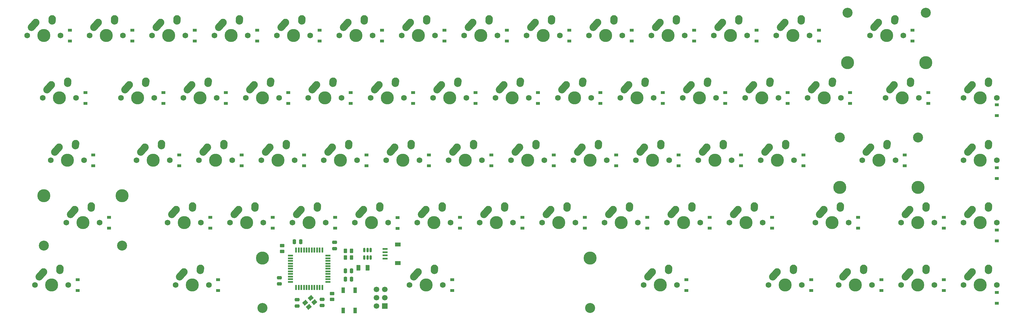
<source format=gbr>
%TF.GenerationSoftware,KiCad,Pcbnew,(6.0.1)*%
%TF.CreationDate,2022-06-09T19:08:29-07:00*%
%TF.ProjectId,artemis-65,61727465-6d69-4732-9d36-352e6b696361,rev?*%
%TF.SameCoordinates,Original*%
%TF.FileFunction,Soldermask,Bot*%
%TF.FilePolarity,Negative*%
%FSLAX46Y46*%
G04 Gerber Fmt 4.6, Leading zero omitted, Abs format (unit mm)*
G04 Created by KiCad (PCBNEW (6.0.1)) date 2022-06-09 19:08:29*
%MOMM*%
%LPD*%
G01*
G04 APERTURE LIST*
G04 Aperture macros list*
%AMRoundRect*
0 Rectangle with rounded corners*
0 $1 Rounding radius*
0 $2 $3 $4 $5 $6 $7 $8 $9 X,Y pos of 4 corners*
0 Add a 4 corners polygon primitive as box body*
4,1,4,$2,$3,$4,$5,$6,$7,$8,$9,$2,$3,0*
0 Add four circle primitives for the rounded corners*
1,1,$1+$1,$2,$3*
1,1,$1+$1,$4,$5*
1,1,$1+$1,$6,$7*
1,1,$1+$1,$8,$9*
0 Add four rect primitives between the rounded corners*
20,1,$1+$1,$2,$3,$4,$5,0*
20,1,$1+$1,$4,$5,$6,$7,0*
20,1,$1+$1,$6,$7,$8,$9,0*
20,1,$1+$1,$8,$9,$2,$3,0*%
%AMHorizOval*
0 Thick line with rounded ends*
0 $1 width*
0 $2 $3 position (X,Y) of the first rounded end (center of the circle)*
0 $4 $5 position (X,Y) of the second rounded end (center of the circle)*
0 Add line between two ends*
20,1,$1,$2,$3,$4,$5,0*
0 Add two circle primitives to create the rounded ends*
1,1,$1,$2,$3*
1,1,$1,$4,$5*%
%AMRotRect*
0 Rectangle, with rotation*
0 The origin of the aperture is its center*
0 $1 length*
0 $2 width*
0 $3 Rotation angle, in degrees counterclockwise*
0 Add horizontal line*
21,1,$1,$2,0,0,$3*%
G04 Aperture macros list end*
%ADD10C,3.987800*%
%ADD11C,1.750000*%
%ADD12HorizOval,2.250000X0.655001X0.730000X-0.655001X-0.730000X0*%
%ADD13C,2.250000*%
%ADD14HorizOval,2.250000X0.020000X0.290000X-0.020000X-0.290000X0*%
%ADD15C,3.048000*%
%ADD16C,1.700000*%
%ADD17R,1.700000X1.700000*%
%ADD18R,1.200000X0.900000*%
%ADD19RoundRect,0.250000X0.475000X-0.250000X0.475000X0.250000X-0.475000X0.250000X-0.475000X-0.250000X0*%
%ADD20RoundRect,0.250000X0.450000X-0.262500X0.450000X0.262500X-0.450000X0.262500X-0.450000X-0.262500X0*%
%ADD21R,1.100000X1.800000*%
%ADD22RoundRect,0.150000X0.150000X-0.512500X0.150000X0.512500X-0.150000X0.512500X-0.150000X-0.512500X0*%
%ADD23R,1.500000X0.550000*%
%ADD24R,0.550000X1.500000*%
%ADD25RotRect,1.400000X1.200000X40.000000*%
%ADD26RoundRect,0.250000X0.250000X0.475000X-0.250000X0.475000X-0.250000X-0.475000X0.250000X-0.475000X0*%
%ADD27RoundRect,0.250000X0.262500X0.450000X-0.262500X0.450000X-0.262500X-0.450000X0.262500X-0.450000X0*%
%ADD28RoundRect,0.250000X0.375000X0.625000X-0.375000X0.625000X-0.375000X-0.625000X0.375000X-0.625000X0*%
%ADD29RoundRect,0.250000X-0.250000X-0.475000X0.250000X-0.475000X0.250000X0.475000X-0.250000X0.475000X0*%
%ADD30RoundRect,0.250000X-0.475000X0.250000X-0.475000X-0.250000X0.475000X-0.250000X0.475000X0.250000X0*%
%ADD31R,1.800000X1.200000*%
%ADD32R,1.550000X0.600000*%
G04 APERTURE END LIST*
D10*
%TO.C,MX38*%
X177006250Y-64293750D03*
D11*
X182086250Y-64293750D03*
X171926250Y-64293750D03*
D12*
X173851251Y-61023750D03*
D13*
X174506250Y-60293750D03*
X179546250Y-59213750D03*
D14*
X179526250Y-59503750D03*
%TD*%
D10*
%TO.C,MX20*%
X96043750Y-45243750D03*
D11*
X101123750Y-45243750D03*
X90963750Y-45243750D03*
D12*
X92888751Y-41973750D03*
D13*
X93543750Y-41243750D03*
X98583750Y-40163750D03*
D14*
X98563750Y-40453750D03*
%TD*%
D11*
%TO.C,MX8*%
X38576250Y-64293750D03*
X48736250Y-64293750D03*
D10*
X43656250Y-64293750D03*
D12*
X40501251Y-61023750D03*
D13*
X41156250Y-60293750D03*
D14*
X46176250Y-59503750D03*
D13*
X46196250Y-59213750D03*
%TD*%
D11*
%TO.C,MX44*%
X200501250Y-83343750D03*
D10*
X205581250Y-83343750D03*
D11*
X210661250Y-83343750D03*
D13*
X203081250Y-79343750D03*
D12*
X202426251Y-80073750D03*
D13*
X208121250Y-78263750D03*
D14*
X208101250Y-78553750D03*
%TD*%
D15*
%TO.C,MX61*%
X279431750Y-19208750D03*
D11*
X272573750Y-26193750D03*
D10*
X255555750Y-34448750D03*
X279431750Y-34448750D03*
X267493750Y-26193750D03*
D15*
X255555750Y-19208750D03*
D11*
X262413750Y-26193750D03*
D13*
X264993750Y-22193750D03*
D12*
X264338751Y-22923750D03*
D14*
X270013750Y-21403750D03*
D13*
X270033750Y-21113750D03*
%TD*%
D11*
%TO.C,MX28*%
X129698750Y-26193750D03*
X119538750Y-26193750D03*
D10*
X124618750Y-26193750D03*
D12*
X121463751Y-22923750D03*
D13*
X122118750Y-22193750D03*
X127158750Y-21113750D03*
D14*
X127138750Y-21403750D03*
%TD*%
D11*
%TO.C,MX47*%
X205263750Y-45243750D03*
X215423750Y-45243750D03*
D10*
X210343750Y-45243750D03*
D12*
X207188751Y-41973750D03*
D13*
X207843750Y-41243750D03*
D14*
X212863750Y-40453750D03*
D13*
X212883750Y-40163750D03*
%TD*%
D11*
%TO.C,MX62*%
X267176250Y-45243750D03*
X277336250Y-45243750D03*
D10*
X272256250Y-45243750D03*
D13*
X269756250Y-41243750D03*
D12*
X269101251Y-41973750D03*
D14*
X274776250Y-40453750D03*
D13*
X274796250Y-40163750D03*
%TD*%
D11*
%TO.C,MX58*%
X270192500Y-64293750D03*
D10*
X277050500Y-72548750D03*
D15*
X253174500Y-57308750D03*
D10*
X265112500Y-64293750D03*
X253174500Y-72548750D03*
D11*
X260032500Y-64293750D03*
D15*
X277050500Y-57308750D03*
D12*
X261957501Y-61023750D03*
D13*
X262612500Y-60293750D03*
X267652500Y-59213750D03*
D14*
X267632500Y-59503750D03*
%TD*%
D11*
%TO.C,MX63*%
X290988750Y-45243750D03*
D10*
X296068750Y-45243750D03*
D11*
X301148750Y-45243750D03*
D12*
X292913751Y-41973750D03*
D13*
X293568750Y-41243750D03*
X298608750Y-40163750D03*
D14*
X298588750Y-40453750D03*
%TD*%
D10*
%TO.C,MX37*%
X172243750Y-45243750D03*
D11*
X177323750Y-45243750D03*
X167163750Y-45243750D03*
D12*
X169088751Y-41973750D03*
D13*
X169743750Y-41243750D03*
D14*
X174763750Y-40453750D03*
D13*
X174783750Y-40163750D03*
%TD*%
D10*
%TO.C,MX59*%
X277018750Y-83343750D03*
D11*
X282098750Y-83343750D03*
X271938750Y-83343750D03*
D12*
X273863751Y-80073750D03*
D13*
X274518750Y-79343750D03*
D14*
X279538750Y-78553750D03*
D13*
X279558750Y-78263750D03*
%TD*%
D11*
%TO.C,MX56*%
X243998750Y-26193750D03*
X233838750Y-26193750D03*
D10*
X238918750Y-26193750D03*
D13*
X236418750Y-22193750D03*
D12*
X235763751Y-22923750D03*
D13*
X241458750Y-21113750D03*
D14*
X241438750Y-21403750D03*
%TD*%
D11*
%TO.C,MX64*%
X301148750Y-64293750D03*
D10*
X296068750Y-64293750D03*
D11*
X290988750Y-64293750D03*
D12*
X292913751Y-61023750D03*
D13*
X293568750Y-60293750D03*
D14*
X298588750Y-59503750D03*
D13*
X298608750Y-59213750D03*
%TD*%
D11*
%TO.C,MX32*%
X138588750Y-26193750D03*
D10*
X143668750Y-26193750D03*
D11*
X148748750Y-26193750D03*
D13*
X141168750Y-22193750D03*
D12*
X140513751Y-22923750D03*
D13*
X146208750Y-21113750D03*
D14*
X146188750Y-21403750D03*
%TD*%
D11*
%TO.C,MX46*%
X195738750Y-26193750D03*
X205898750Y-26193750D03*
D10*
X200818750Y-26193750D03*
D13*
X198318750Y-22193750D03*
D12*
X197663751Y-22923750D03*
D14*
X203338750Y-21403750D03*
D13*
X203358750Y-21113750D03*
%TD*%
D11*
%TO.C,MX50*%
X252888750Y-102393750D03*
D10*
X257968750Y-102393750D03*
D11*
X263048750Y-102393750D03*
D12*
X254813751Y-99123750D03*
D13*
X255468750Y-98393750D03*
D14*
X260488750Y-97603750D03*
D13*
X260508750Y-97313750D03*
%TD*%
D10*
%TO.C,MX49*%
X224631250Y-83343750D03*
D11*
X229711250Y-83343750D03*
X219551250Y-83343750D03*
D12*
X221476251Y-80073750D03*
D13*
X222131250Y-79343750D03*
D14*
X227151250Y-78553750D03*
D13*
X227171250Y-78263750D03*
%TD*%
D11*
%TO.C,MX23*%
X110648750Y-26193750D03*
D10*
X105568750Y-26193750D03*
D11*
X100488750Y-26193750D03*
D12*
X102413751Y-22923750D03*
D13*
X103068750Y-22193750D03*
X108108750Y-21113750D03*
D14*
X108088750Y-21403750D03*
%TD*%
D11*
%TO.C,MX15*%
X62388750Y-26193750D03*
X72548750Y-26193750D03*
D10*
X67468750Y-26193750D03*
D12*
X64313751Y-22923750D03*
D13*
X64968750Y-22193750D03*
X70008750Y-21113750D03*
D14*
X69988750Y-21403750D03*
%TD*%
D11*
%TO.C,MX5*%
X17780000Y-102393750D03*
X7620000Y-102393750D03*
D10*
X12700000Y-102393750D03*
D12*
X9545001Y-99123750D03*
D13*
X10200000Y-98393750D03*
D14*
X15220000Y-97603750D03*
D13*
X15240000Y-97313750D03*
%TD*%
D10*
%TO.C,MX33*%
X153193750Y-45243750D03*
D11*
X158273750Y-45243750D03*
X148113750Y-45243750D03*
D12*
X150038751Y-41973750D03*
D13*
X150693750Y-41243750D03*
X155733750Y-40163750D03*
D14*
X155713750Y-40453750D03*
%TD*%
D11*
%TO.C,MX2*%
X20161250Y-45243750D03*
D10*
X15081250Y-45243750D03*
D11*
X10001250Y-45243750D03*
D13*
X12581250Y-41243750D03*
D12*
X11926251Y-41973750D03*
D14*
X17601250Y-40453750D03*
D13*
X17621250Y-40163750D03*
%TD*%
D10*
%TO.C,MX57*%
X248443750Y-45243750D03*
D11*
X253523750Y-45243750D03*
X243363750Y-45243750D03*
D12*
X245288751Y-41973750D03*
D13*
X245943750Y-41243750D03*
X250983750Y-40163750D03*
D14*
X250963750Y-40453750D03*
%TD*%
D11*
%TO.C,MX31*%
X143351250Y-83343750D03*
X153511250Y-83343750D03*
D10*
X148431250Y-83343750D03*
D13*
X145931250Y-79343750D03*
D12*
X145276251Y-80073750D03*
D14*
X150951250Y-78553750D03*
D13*
X150971250Y-78263750D03*
%TD*%
D11*
%TO.C,MX21*%
X105886250Y-64293750D03*
X95726250Y-64293750D03*
D10*
X100806250Y-64293750D03*
D12*
X97651251Y-61023750D03*
D13*
X98306250Y-60293750D03*
X103346250Y-59213750D03*
D14*
X103326250Y-59503750D03*
%TD*%
D10*
%TO.C,MX29*%
X134143750Y-45243750D03*
D11*
X129063750Y-45243750D03*
X139223750Y-45243750D03*
D13*
X131643750Y-41243750D03*
D12*
X130988751Y-41973750D03*
D13*
X136683750Y-40163750D03*
D14*
X136663750Y-40453750D03*
%TD*%
D11*
%TO.C,MX22*%
X115411250Y-83343750D03*
D10*
X110331250Y-83343750D03*
D11*
X105251250Y-83343750D03*
D13*
X107831250Y-79343750D03*
D12*
X107176251Y-80073750D03*
D13*
X112871250Y-78263750D03*
D14*
X112851250Y-78553750D03*
%TD*%
D11*
%TO.C,MX18*%
X86201250Y-83343750D03*
D10*
X91281250Y-83343750D03*
D11*
X96361250Y-83343750D03*
D12*
X88126251Y-80073750D03*
D13*
X88781250Y-79343750D03*
D14*
X93801250Y-78553750D03*
D13*
X93821250Y-78263750D03*
%TD*%
D11*
%TO.C,MX10*%
X60642500Y-102393750D03*
D10*
X55562500Y-102393750D03*
D11*
X50482500Y-102393750D03*
D12*
X52407501Y-99123750D03*
D13*
X53062500Y-98393750D03*
D14*
X58082500Y-97603750D03*
D13*
X58102500Y-97313750D03*
%TD*%
D11*
%TO.C,MX55*%
X271938750Y-102393750D03*
D10*
X277018750Y-102393750D03*
D11*
X282098750Y-102393750D03*
D12*
X273863751Y-99123750D03*
D13*
X274518750Y-98393750D03*
X279558750Y-97313750D03*
D14*
X279538750Y-97603750D03*
%TD*%
D10*
%TO.C,MX27*%
X127000000Y-102393750D03*
X77000100Y-94138750D03*
D15*
X176999900Y-109378750D03*
X77000100Y-109378750D03*
D11*
X132080000Y-102393750D03*
X121920000Y-102393750D03*
D10*
X176999900Y-94138750D03*
D13*
X124500000Y-98393750D03*
D12*
X123845001Y-99123750D03*
D13*
X129540000Y-97313750D03*
D14*
X129520000Y-97603750D03*
%TD*%
D11*
%TO.C,MX3*%
X22542500Y-64293750D03*
D10*
X17462500Y-64293750D03*
D11*
X12382500Y-64293750D03*
D13*
X14962500Y-60293750D03*
D12*
X14307501Y-61023750D03*
D13*
X20002500Y-59213750D03*
D14*
X19982500Y-59503750D03*
%TD*%
D11*
%TO.C,MX6*%
X34448750Y-26193750D03*
X24288750Y-26193750D03*
D10*
X29368750Y-26193750D03*
D12*
X26213751Y-22923750D03*
D13*
X26868750Y-22193750D03*
X31908750Y-21113750D03*
D14*
X31888750Y-21403750D03*
%TD*%
D11*
%TO.C,MX45*%
X241617500Y-102393750D03*
X231457500Y-102393750D03*
D10*
X236537500Y-102393750D03*
D13*
X234037500Y-98393750D03*
D12*
X233382501Y-99123750D03*
D14*
X239057500Y-97603750D03*
D13*
X239077500Y-97313750D03*
%TD*%
D11*
%TO.C,MX16*%
X82073750Y-45243750D03*
D10*
X76993750Y-45243750D03*
D11*
X71913750Y-45243750D03*
D12*
X73838751Y-41973750D03*
D13*
X74493750Y-41243750D03*
D14*
X79513750Y-40453750D03*
D13*
X79533750Y-40163750D03*
%TD*%
D11*
%TO.C,MX53*%
X239236250Y-64293750D03*
X229076250Y-64293750D03*
D10*
X234156250Y-64293750D03*
D12*
X231001251Y-61023750D03*
D13*
X231656250Y-60293750D03*
X236696250Y-59213750D03*
D14*
X236676250Y-59503750D03*
%TD*%
D10*
%TO.C,MX39*%
X186531250Y-83343750D03*
D11*
X181451250Y-83343750D03*
X191611250Y-83343750D03*
D13*
X184031250Y-79343750D03*
D12*
X183376251Y-80073750D03*
D13*
X189071250Y-78263750D03*
D14*
X189051250Y-78553750D03*
%TD*%
D11*
%TO.C,MX30*%
X133826250Y-64293750D03*
D10*
X138906250Y-64293750D03*
D11*
X143986250Y-64293750D03*
D13*
X136406250Y-60293750D03*
D12*
X135751251Y-61023750D03*
D14*
X141426250Y-59503750D03*
D13*
X141446250Y-59213750D03*
%TD*%
D11*
%TO.C,MX14*%
X67151250Y-83343750D03*
D10*
X72231250Y-83343750D03*
D11*
X77311250Y-83343750D03*
D12*
X69076251Y-80073750D03*
D13*
X69731250Y-79343750D03*
X74771250Y-78263750D03*
D14*
X74751250Y-78553750D03*
%TD*%
D11*
%TO.C,MX60*%
X290988750Y-102393750D03*
X301148750Y-102393750D03*
D10*
X296068750Y-102393750D03*
D13*
X293568750Y-98393750D03*
D12*
X292913751Y-99123750D03*
D14*
X298588750Y-97603750D03*
D13*
X298608750Y-97313750D03*
%TD*%
D11*
%TO.C,MX36*%
X167798750Y-26193750D03*
X157638750Y-26193750D03*
D10*
X162718750Y-26193750D03*
D13*
X160218750Y-22193750D03*
D12*
X159563751Y-22923750D03*
D14*
X165238750Y-21403750D03*
D13*
X165258750Y-21113750D03*
%TD*%
D15*
%TO.C,MX4*%
X34163000Y-90328750D03*
D11*
X27305000Y-83343750D03*
D10*
X10287000Y-75088750D03*
D11*
X17145000Y-83343750D03*
D15*
X10287000Y-90328750D03*
D10*
X34163000Y-75088750D03*
X22225000Y-83343750D03*
D12*
X19070001Y-80073750D03*
D13*
X19725000Y-79343750D03*
X24765000Y-78263750D03*
D14*
X24745000Y-78553750D03*
%TD*%
D16*
%TO.C,J1*%
X111810800Y-103694300D03*
X114350800Y-103694300D03*
X111810800Y-106234300D03*
X114350800Y-106234300D03*
X111810800Y-108774300D03*
D17*
X114350800Y-108774300D03*
%TD*%
D10*
%TO.C,MX19*%
X86518750Y-26193750D03*
D11*
X91598750Y-26193750D03*
X81438750Y-26193750D03*
D13*
X84018750Y-22193750D03*
D12*
X83363751Y-22923750D03*
D14*
X89038750Y-21403750D03*
D13*
X89058750Y-21113750D03*
%TD*%
D10*
%TO.C,MX48*%
X215106250Y-64293750D03*
D11*
X210026250Y-64293750D03*
X220186250Y-64293750D03*
D13*
X212606250Y-60293750D03*
D12*
X211951251Y-61023750D03*
D13*
X217646250Y-59213750D03*
D14*
X217626250Y-59503750D03*
%TD*%
D10*
%TO.C,MX24*%
X115093750Y-45243750D03*
D11*
X110013750Y-45243750D03*
X120173750Y-45243750D03*
D13*
X112593750Y-41243750D03*
D12*
X111938751Y-41973750D03*
D14*
X117613750Y-40453750D03*
D13*
X117633750Y-40163750D03*
%TD*%
D11*
%TO.C,MX17*%
X76676250Y-64293750D03*
X86836250Y-64293750D03*
D10*
X81756250Y-64293750D03*
D12*
X78601251Y-61023750D03*
D13*
X79256250Y-60293750D03*
D14*
X84276250Y-59503750D03*
D13*
X84296250Y-59213750D03*
%TD*%
D11*
%TO.C,MX9*%
X58261250Y-83343750D03*
D10*
X53181250Y-83343750D03*
D11*
X48101250Y-83343750D03*
D12*
X50026251Y-80073750D03*
D13*
X50681250Y-79343750D03*
D14*
X55701250Y-78553750D03*
D13*
X55721250Y-78263750D03*
%TD*%
D11*
%TO.C,MX35*%
X172561250Y-83343750D03*
X162401250Y-83343750D03*
D10*
X167481250Y-83343750D03*
D12*
X164326251Y-80073750D03*
D13*
X164981250Y-79343750D03*
D14*
X170001250Y-78553750D03*
D13*
X170021250Y-78263750D03*
%TD*%
D11*
%TO.C,MX13*%
X57626250Y-64293750D03*
D10*
X62706250Y-64293750D03*
D11*
X67786250Y-64293750D03*
D12*
X59551251Y-61023750D03*
D13*
X60206250Y-60293750D03*
X65246250Y-59213750D03*
D14*
X65226250Y-59503750D03*
%TD*%
D10*
%TO.C,MX51*%
X219868750Y-26193750D03*
D11*
X224948750Y-26193750D03*
X214788750Y-26193750D03*
D13*
X217368750Y-22193750D03*
D12*
X216713751Y-22923750D03*
D13*
X222408750Y-21113750D03*
D14*
X222388750Y-21403750D03*
%TD*%
D10*
%TO.C,MX42*%
X191293750Y-45243750D03*
D11*
X186213750Y-45243750D03*
X196373750Y-45243750D03*
D13*
X188793750Y-41243750D03*
D12*
X188138751Y-41973750D03*
D14*
X193813750Y-40453750D03*
D13*
X193833750Y-40163750D03*
%TD*%
D11*
%TO.C,MX40*%
X203517500Y-102393750D03*
D10*
X198437500Y-102393750D03*
D11*
X193357500Y-102393750D03*
D13*
X195937500Y-98393750D03*
D12*
X195282501Y-99123750D03*
D13*
X200977500Y-97313750D03*
D14*
X200957500Y-97603750D03*
%TD*%
D10*
%TO.C,MX1*%
X10318750Y-26193750D03*
D11*
X15398750Y-26193750D03*
X5238750Y-26193750D03*
D13*
X7818750Y-22193750D03*
D12*
X7163751Y-22923750D03*
D13*
X12858750Y-21113750D03*
D14*
X12838750Y-21403750D03*
%TD*%
D10*
%TO.C,MX65*%
X296068750Y-83343750D03*
D11*
X290988750Y-83343750D03*
X301148750Y-83343750D03*
D12*
X292913751Y-80073750D03*
D13*
X293568750Y-79343750D03*
X298608750Y-78263750D03*
D14*
X298588750Y-78553750D03*
%TD*%
D10*
%TO.C,MX54*%
X250825000Y-83343750D03*
D11*
X245745000Y-83343750D03*
X255905000Y-83343750D03*
D13*
X248325000Y-79343750D03*
D12*
X247670001Y-80073750D03*
D13*
X253365000Y-78263750D03*
D14*
X253345000Y-78553750D03*
%TD*%
D11*
%TO.C,MX12*%
X63023750Y-45243750D03*
D10*
X57943750Y-45243750D03*
D11*
X52863750Y-45243750D03*
D13*
X55443750Y-41243750D03*
D12*
X54788751Y-41973750D03*
D13*
X60483750Y-40163750D03*
D14*
X60463750Y-40453750D03*
%TD*%
D11*
%TO.C,MX11*%
X43338750Y-26193750D03*
D10*
X48418750Y-26193750D03*
D11*
X53498750Y-26193750D03*
D13*
X45918750Y-22193750D03*
D12*
X45263751Y-22923750D03*
D13*
X50958750Y-21113750D03*
D14*
X50938750Y-21403750D03*
%TD*%
D11*
%TO.C,MX41*%
X186848750Y-26193750D03*
X176688750Y-26193750D03*
D10*
X181768750Y-26193750D03*
D12*
X178613751Y-22923750D03*
D13*
X179268750Y-22193750D03*
X184308750Y-21113750D03*
D14*
X184288750Y-21403750D03*
%TD*%
D10*
%TO.C,MX34*%
X157956250Y-64293750D03*
D11*
X163036250Y-64293750D03*
X152876250Y-64293750D03*
D12*
X154801251Y-61023750D03*
D13*
X155456250Y-60293750D03*
D14*
X160476250Y-59503750D03*
D13*
X160496250Y-59213750D03*
%TD*%
D11*
%TO.C,MX26*%
X134461250Y-83343750D03*
D10*
X129381250Y-83343750D03*
D11*
X124301250Y-83343750D03*
D13*
X126881250Y-79343750D03*
D12*
X126226251Y-80073750D03*
D13*
X131921250Y-78263750D03*
D14*
X131901250Y-78553750D03*
%TD*%
D11*
%TO.C,MX43*%
X201136250Y-64293750D03*
D10*
X196056250Y-64293750D03*
D11*
X190976250Y-64293750D03*
D13*
X193556250Y-60293750D03*
D12*
X192901251Y-61023750D03*
D13*
X198596250Y-59213750D03*
D14*
X198576250Y-59503750D03*
%TD*%
D11*
%TO.C,MX7*%
X43973750Y-45243750D03*
D10*
X38893750Y-45243750D03*
D11*
X33813750Y-45243750D03*
D13*
X36393750Y-41243750D03*
D12*
X35738751Y-41973750D03*
D13*
X41433750Y-40163750D03*
D14*
X41413750Y-40453750D03*
%TD*%
D11*
%TO.C,MX25*%
X114776250Y-64293750D03*
D10*
X119856250Y-64293750D03*
D11*
X124936250Y-64293750D03*
D13*
X117356250Y-60293750D03*
D12*
X116701251Y-61023750D03*
D13*
X122396250Y-59213750D03*
D14*
X122376250Y-59503750D03*
%TD*%
D11*
%TO.C,MX52*%
X234473750Y-45243750D03*
X224313750Y-45243750D03*
D10*
X229393750Y-45243750D03*
D12*
X226238751Y-41973750D03*
D13*
X226893750Y-41243750D03*
D14*
X231913750Y-40453750D03*
D13*
X231933750Y-40163750D03*
%TD*%
D18*
%TO.C,D62*%
X280193750Y-46893750D03*
X280193750Y-43593750D03*
%TD*%
%TO.C,D20*%
X103981250Y-46893750D03*
X103981250Y-43593750D03*
%TD*%
%TO.C,D17*%
X89693750Y-65943750D03*
X89693750Y-62643750D03*
%TD*%
%TO.C,D5*%
X20637500Y-104043750D03*
X20637500Y-100743750D03*
%TD*%
%TO.C,D55*%
X284956250Y-104043750D03*
X284956250Y-100743750D03*
%TD*%
%TO.C,D27*%
X134937500Y-104043750D03*
X134937500Y-100743750D03*
%TD*%
D19*
%TO.C,C2*%
X99060000Y-89347000D03*
X99060000Y-91247000D03*
%TD*%
D18*
%TO.C,D11*%
X56356250Y-27843750D03*
X56356250Y-24543750D03*
%TD*%
%TO.C,D31*%
X156368750Y-84993750D03*
X156368750Y-81693750D03*
%TD*%
%TO.C,D16*%
X84931250Y-46893750D03*
X84931250Y-43593750D03*
%TD*%
D20*
%TO.C,R4*%
X98298000Y-106779700D03*
X98298000Y-104954700D03*
%TD*%
D18*
%TO.C,D3*%
X25400000Y-65943750D03*
X25400000Y-62643750D03*
%TD*%
%TO.C,D46*%
X208756250Y-27843750D03*
X208756250Y-24543750D03*
%TD*%
D21*
%TO.C,SW1*%
X105329600Y-110135600D03*
X101629600Y-103935600D03*
X101629600Y-110135600D03*
X105329600Y-103935600D03*
%TD*%
D18*
%TO.C,D35*%
X175418750Y-84993750D03*
X175418750Y-81693750D03*
%TD*%
D19*
%TO.C,C5*%
X95250000Y-108646000D03*
X95250000Y-106746000D03*
%TD*%
D22*
%TO.C,U2*%
X110017600Y-93974500D03*
X109067600Y-93974500D03*
X108117600Y-93974500D03*
X108117600Y-91699500D03*
X109067600Y-91699500D03*
X110017600Y-91699500D03*
%TD*%
D18*
%TO.C,D50*%
X265906250Y-104043750D03*
X265906250Y-100743750D03*
%TD*%
%TO.C,D52*%
X237331250Y-46893750D03*
X237331250Y-43593750D03*
%TD*%
%TO.C,D23*%
X113506250Y-27843750D03*
X113506250Y-24543750D03*
%TD*%
%TO.C,D49*%
X232568750Y-84993750D03*
X232568750Y-81693750D03*
%TD*%
%TO.C,D54*%
X258762500Y-84993750D03*
X258762500Y-81693750D03*
%TD*%
%TO.C,D29*%
X142081250Y-46893750D03*
X142081250Y-43593750D03*
%TD*%
%TO.C,D9*%
X61118750Y-84993750D03*
X61118750Y-81693750D03*
%TD*%
%TO.C,D57*%
X256381250Y-46893750D03*
X256381250Y-43593750D03*
%TD*%
D23*
%TO.C,U1*%
X96981250Y-93409000D03*
X96981250Y-94209000D03*
X96981250Y-95009000D03*
X96981250Y-95809000D03*
X96981250Y-96609000D03*
X96981250Y-97409000D03*
X96981250Y-98209000D03*
X96981250Y-99009000D03*
X96981250Y-99809000D03*
X96981250Y-100609000D03*
X96981250Y-101409000D03*
D24*
X95281250Y-103109000D03*
X94481250Y-103109000D03*
X93681250Y-103109000D03*
X92881250Y-103109000D03*
X92081250Y-103109000D03*
X91281250Y-103109000D03*
X90481250Y-103109000D03*
X89681250Y-103109000D03*
X88881250Y-103109000D03*
X88081250Y-103109000D03*
X87281250Y-103109000D03*
D23*
X85581250Y-101409000D03*
X85581250Y-100609000D03*
X85581250Y-99809000D03*
X85581250Y-99009000D03*
X85581250Y-98209000D03*
X85581250Y-97409000D03*
X85581250Y-96609000D03*
X85581250Y-95809000D03*
X85581250Y-95009000D03*
X85581250Y-94209000D03*
X85581250Y-93409000D03*
D24*
X87281250Y-91709000D03*
X88081250Y-91709000D03*
X88881250Y-91709000D03*
X89681250Y-91709000D03*
X90481250Y-91709000D03*
X91281250Y-91709000D03*
X92081250Y-91709000D03*
X92881250Y-91709000D03*
X93681250Y-91709000D03*
X94481250Y-91709000D03*
X95281250Y-91709000D03*
%TD*%
D18*
%TO.C,D34*%
X165893750Y-65943750D03*
X165893750Y-62643750D03*
%TD*%
%TO.C,D32*%
X151606250Y-27843750D03*
X151606250Y-24543750D03*
%TD*%
%TO.C,D41*%
X189706250Y-27843750D03*
X189706250Y-24543750D03*
%TD*%
%TO.C,D24*%
X123031250Y-46893750D03*
X123031250Y-43593750D03*
%TD*%
%TO.C,D21*%
X108743750Y-65943750D03*
X108743750Y-62643750D03*
%TD*%
%TO.C,D61*%
X275431250Y-27843750D03*
X275431250Y-24543750D03*
%TD*%
D25*
%TO.C,Y1*%
X90050982Y-107751929D03*
X91736279Y-106337796D03*
X92829018Y-107640071D03*
X91143721Y-109054204D03*
%TD*%
D18*
%TO.C,D44*%
X213518750Y-84993750D03*
X213518750Y-81693750D03*
%TD*%
%TO.C,D37*%
X180181250Y-46893750D03*
X180181250Y-43593750D03*
%TD*%
%TO.C,D58*%
X273050000Y-65943750D03*
X273050000Y-62643750D03*
%TD*%
%TO.C,D6*%
X37306250Y-27843750D03*
X37306250Y-24543750D03*
%TD*%
%TO.C,D40*%
X206375000Y-104043750D03*
X206375000Y-100743750D03*
%TD*%
%TO.C,D43*%
X203993750Y-65943750D03*
X203993750Y-62643750D03*
%TD*%
%TO.C,D1*%
X18256250Y-27843750D03*
X18256250Y-24543750D03*
%TD*%
%TO.C,D36*%
X170656250Y-27843750D03*
X170656250Y-24543750D03*
%TD*%
%TO.C,D56*%
X246856250Y-27843750D03*
X246856250Y-24543750D03*
%TD*%
%TO.C,D63*%
X301117000Y-50672000D03*
X301117000Y-47372000D03*
%TD*%
%TO.C,D51*%
X227806250Y-27843750D03*
X227806250Y-24543750D03*
%TD*%
%TO.C,D30*%
X146843750Y-65943750D03*
X146843750Y-62643750D03*
%TD*%
D20*
%TO.C,R3*%
X83058000Y-92149300D03*
X83058000Y-90324300D03*
%TD*%
D18*
%TO.C,D64*%
X301117000Y-69849000D03*
X301117000Y-66549000D03*
%TD*%
%TO.C,D45*%
X244475000Y-104043750D03*
X244475000Y-100743750D03*
%TD*%
D19*
%TO.C,C6*%
X87630000Y-108773000D03*
X87630000Y-106873000D03*
%TD*%
D18*
%TO.C,D33*%
X161131250Y-46893750D03*
X161131250Y-43593750D03*
%TD*%
%TO.C,D18*%
X99218750Y-84993750D03*
X99218750Y-81693750D03*
%TD*%
%TO.C,D65*%
X301117000Y-88899000D03*
X301117000Y-85599000D03*
%TD*%
%TO.C,D13*%
X70643750Y-65943750D03*
X70643750Y-62643750D03*
%TD*%
%TO.C,D59*%
X284956250Y-84993750D03*
X284956250Y-81693750D03*
%TD*%
%TO.C,D60*%
X301117000Y-104649000D03*
X301117000Y-107949000D03*
%TD*%
%TO.C,D28*%
X132556250Y-27843750D03*
X132556250Y-24543750D03*
%TD*%
%TO.C,D26*%
X137318750Y-84993750D03*
X137318750Y-81693750D03*
%TD*%
%TO.C,D12*%
X65881250Y-46893750D03*
X65881250Y-43593750D03*
%TD*%
%TO.C,D2*%
X23018750Y-46893750D03*
X23018750Y-43593750D03*
%TD*%
%TO.C,D48*%
X223043750Y-65943750D03*
X223043750Y-62643750D03*
%TD*%
%TO.C,D4*%
X30162500Y-84993750D03*
X30162500Y-81693750D03*
%TD*%
D26*
%TO.C,C7*%
X102301000Y-98044000D03*
X104201000Y-98044000D03*
%TD*%
D18*
%TO.C,D47*%
X218281250Y-46893750D03*
X218281250Y-43593750D03*
%TD*%
D27*
%TO.C,R1*%
X104163500Y-93980000D03*
X102338500Y-93980000D03*
%TD*%
D18*
%TO.C,D7*%
X46831250Y-46893750D03*
X46831250Y-43593750D03*
%TD*%
%TO.C,D38*%
X184943750Y-65943750D03*
X184943750Y-62643750D03*
%TD*%
%TO.C,D53*%
X242093750Y-65943750D03*
X242093750Y-62643750D03*
%TD*%
%TO.C,D14*%
X80168750Y-84993750D03*
X80168750Y-81693750D03*
%TD*%
D28*
%TO.C,F1*%
X106296000Y-97155000D03*
X109096000Y-97155000D03*
%TD*%
D18*
%TO.C,D15*%
X75406250Y-27843750D03*
X75406250Y-24543750D03*
%TD*%
D29*
%TO.C,C1*%
X102301000Y-100584000D03*
X104201000Y-100584000D03*
%TD*%
D18*
%TO.C,D22*%
X118268750Y-85056250D03*
X118268750Y-81756250D03*
%TD*%
%TO.C,D25*%
X127793750Y-65943750D03*
X127793750Y-62643750D03*
%TD*%
D30*
%TO.C,C4*%
X82143600Y-100142000D03*
X82143600Y-102042000D03*
%TD*%
D18*
%TO.C,D19*%
X94456250Y-27843750D03*
X94456250Y-24543750D03*
%TD*%
%TO.C,D10*%
X63500000Y-104043750D03*
X63500000Y-100743750D03*
%TD*%
%TO.C,D39*%
X194468750Y-84993750D03*
X194468750Y-81693750D03*
%TD*%
%TO.C,D8*%
X51593750Y-65943750D03*
X51593750Y-62643750D03*
%TD*%
D29*
%TO.C,C3*%
X86781600Y-89154000D03*
X88681600Y-89154000D03*
%TD*%
D31*
%TO.C,J2*%
X118336000Y-90037000D03*
X118336000Y-95637000D03*
D32*
X114461000Y-91337000D03*
X114461000Y-92337000D03*
X114461000Y-93337000D03*
X114461000Y-94337000D03*
%TD*%
D18*
%TO.C,D42*%
X199231250Y-46893750D03*
X199231250Y-43593750D03*
%TD*%
D27*
%TO.C,R2*%
X104163500Y-91948000D03*
X102338500Y-91948000D03*
%TD*%
M02*

</source>
